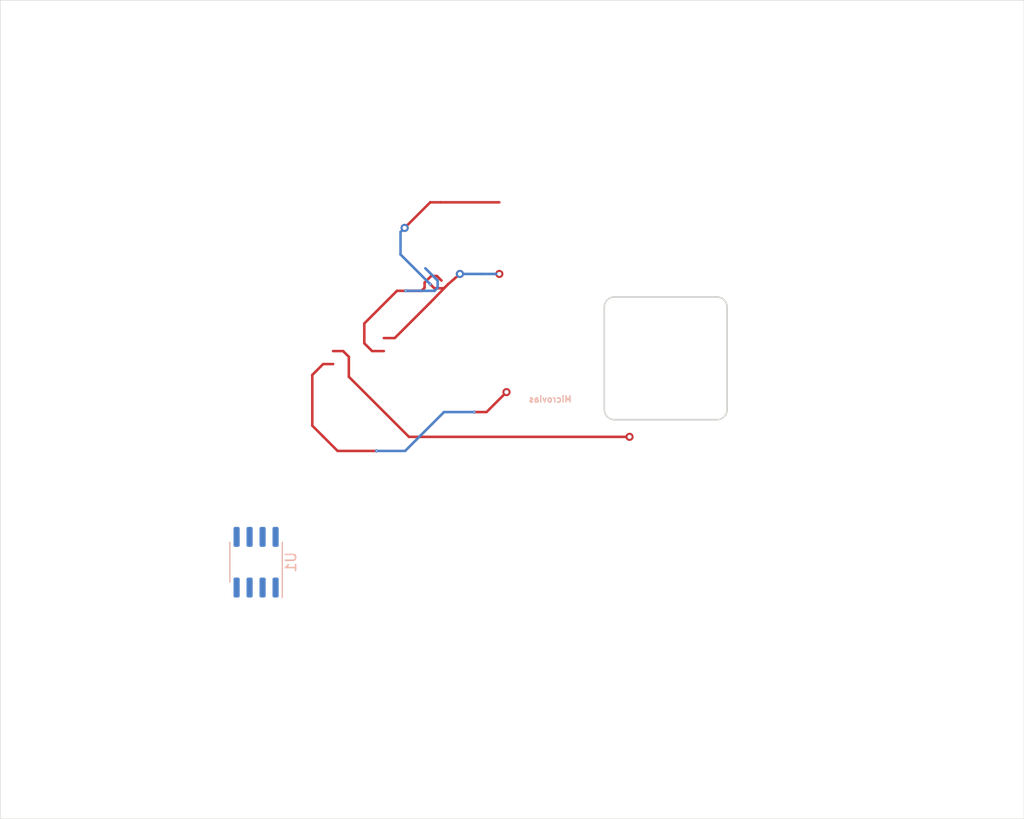
<source format=kicad_pcb>
(kicad_pcb (version 20240108) (generator "pcbnew") (generator_version "8.0")
  (layers (0 "F.Cu" signal) (1 "In1.Cu" signal) (2 "In2.Cu" signal) (31 "B.Cu" signal) (34 "B.Paste" user) (35 "F.Paste" user) (36 "B.SilkS" user "B.Silkscreen") (37 "F.SilkS" user "F.Silkscreen") (38 "B.Mask" user) (39 "F.Mask" user) (44 "Edge.Cuts" user))
  (net 0 "")
  (net 1 "Net-(U1-Pad8)")
  (net 2 "Net-(U1-Pad7)")
  (net 3 "Net-(U1-Pad6)")
  (net 4 "Net-(U1-Pad5)")
  (net 5 "Net-(U1-Pad4)")
  (net 6 "Net-(U1-Pad3)")
  (net 7 "Net-(U1-Pad2)")
  (net 8 "Net-(U1-Pad1)")
  (footprint "Package_SO:SOIC-8_3.9x4.9mm_P1.27mm" (layer "B.Cu") (at 153.006 116.393 90)
    (property "Reference" "U1" (at 0 3.4 -90) (layer "B.SilkS") (effects (justify mirror)))
    (property "Value" "LM555xM")
    (fp_line (start 1.95 -2.56) (end 0 -2.56) (stroke (width 0.12)) (layer "B.SilkS"))
    (fp_line (start -1.95 -2.56) (end 0 -2.56) (stroke (width 0.12)) (layer "B.SilkS"))
    (fp_line (start 1.95 2.56) (end 0 2.56) (stroke (width 0.12)) (layer "B.SilkS"))
    (fp_line (start -3.45 2.56) (end 0 2.56) (stroke (width 0.12)) (layer "B.SilkS"))
    (pad "1" smd roundrect (at -2.475 1.905 90) (size 1.95 0.6) (layers "B.Cu" "B.Paste" "B.Mask") (net 8 "Net-(U1-Pad1)"))
    (pad "2" smd roundrect (at -2.475 0.635 90) (size 1.95 0.6) (layers "B.Cu" "B.Paste" "B.Mask") (net 7 "Net-(U1-Pad2)"))
    (pad "3" smd roundrect (at -2.475 -0.635 90) (size 1.95 0.6) (layers "B.Cu" "B.Paste" "B.Mask") (net 6 "Net-(U1-Pad3)"))
    (pad "4" smd roundrect (at -2.475 -1.905 90) (size 1.95 0.6) (layers "B.Cu" "B.Paste" "B.Mask") (net 5 "Net-(U1-Pad4)"))
    (pad "5" smd roundrect (at 2.475 -1.905 90) (size 1.95 0.6) (layers "B.Cu" "B.Paste" "B.Mask") (net 4 "Net-(U1-Pad5)"))
    (pad "6" smd roundrect (at 2.475 -0.635 90) (size 1.95 0.6) (layers "B.Cu" "B.Paste" "B.Mask") (net 3 "Net-(U1-Pad6)"))
    (pad "7" smd roundrect (at 2.475 0.635 90) (size 1.95 0.6) (layers "B.Cu" "B.Paste" "B.Mask") (net 2 "Net-(U1-Pad7)"))
    (pad "8" smd roundrect (at 2.475 1.905 90) (size 1.95 0.6) (layers "B.Cu" "B.Paste" "B.Mask") (net 1 "Net-(U1-Pad8)"))
  )
  (gr_line (start 128.016 141.468) (end 128.016 61.468) (stroke (width 0.05)) (layer "Edge.Cuts"))
  (gr_arc (start 198.016 90.468) (mid 198.723107 90.760893) (end 199.016 91.468) (stroke (width 0.16)) (layer "Edge.Cuts"))
  (gr_line (start 187.016 91.468) (end 187.016 101.468) (stroke (width 0.16)) (layer "Edge.Cuts"))
  (gr_arc (start 199.016 101.468) (mid 198.723107 102.175107) (end 198.016 102.468) (stroke (width 0.16)) (layer "Edge.Cuts"))
  (gr_line (start 128.016 61.468) (end 228.016 61.468) (stroke (width 0.05)) (layer "Edge.Cuts"))
  (gr_line (start 228.016 61.468) (end 228.016 141.468) (stroke (width 0.05)) (layer "Edge.Cuts"))
  (gr_line (start 199.016 101.468) (end 199.016 91.468) (stroke (width 0.16)) (layer "Edge.Cuts"))
  (gr_line (start 188.016 102.468) (end 198.016 102.468) (stroke (width 0.16)) (layer "Edge.Cuts"))
  (gr_arc (start 188.016 102.468) (mid 187.308893 102.175107) (end 187.016 101.468) (stroke (width 0.16)) (layer "Edge.Cuts"))
  (gr_arc (start 187.016 91.468) (mid 187.308893 90.760893) (end 188.016 90.468) (stroke (width 0.16)) (layer "Edge.Cuts"))
  (gr_line (start 198.016 90.468) (end 188.016 90.468) (stroke (width 0.16)) (layer "Edge.Cuts"))
  (gr_line (start 228.016 141.468) (end 128.016 141.468) (stroke (width 0.05)) (layer "Edge.Cuts"))
  (gr_text "Microvias" (at 183.896 100.468 0) (layer "B.SilkS") (effects (font (size 0.6 0.6) (thickness 0.12)) (justify left mirror)))
  (segment (start 172.916 88.218) (end 172.916 88.218) (width 0.25) (layer "F.Cu") (net 1))
  (segment (start 171.766 89.218) (end 172.916 88.218) (width 0.25) (layer "F.Cu") (net 1))
  (segment (start 171.016 81.218) (end 170.016 81.218) (width 0.25) (layer "F.Cu") (net 1))
  (segment (start 166.544836 94.488) (end 170.040418 90.992418) (width 0.25) (layer "F.Cu") (net 1))
  (segment (start 170.016 89.218) (end 170.415999 89.617999) (width 0.25) (layer "F.Cu") (net 1))
  (segment (start 176.765 88.218) (end 176.767 88.218) (width 0.8) (layer "F.Cu") (net 1))
  (segment (start 170.415999 89.617999) (end 171.366001 89.617999) (width 0.25) (layer "F.Cu") (net 1))
  (segment (start 170.016 81.218) (end 167.516 83.718) (width 0.25) (layer "F.Cu") (net 1))
  (segment (start 165.481 94.488) (end 166.544836 94.488) (width 0.25) (layer "F.Cu") (net 1))
  (segment (start 170.040418 90.992418) (end 171.766 89.218) (width 0.25) (layer "F.Cu") (net 1))
  (segment (start 176.766 81.218) (end 171.016 81.218) (width 0.25) (layer "F.Cu") (net 1))
  (segment (start 171.366001 89.617999) (end 171.766 89.218) (width 0.25) (layer "F.Cu") (net 1))
  (via (at 170.016 89.218) (size 0.3) (drill 0.1) (layers "F.Cu" "B.Cu") (net 1))
  (via (at 172.916 88.218) (size 0.8) (drill 0.4) (layers "F.Cu" "B.Cu") (net 1))
  (via (at 176.766 88.218) (size 0.42) (drill 0.4) (layers "F.Cu" "B.Cu") (net 1))
  (via (at 167.516 83.718) (size 0.8) (drill 0.4) (layers "F.Cu" "B.Cu") (net 1))
  (segment (start 172.916 88.218) (end 175.016 88.218) (width 0.25) (layer "B.Cu") (net 1))
  (segment (start 167.116001 86.318001) (end 170.016 89.218) (width 0.25) (layer "B.Cu") (net 1))
  (segment (start 175.016 88.218) (end 176.766 88.218) (width 0.25) (layer "B.Cu") (net 1))
  (segment (start 167.116001 84.117999) (end 167.116001 86.318001) (width 0.25) (layer "B.Cu") (net 1))
  (segment (start 167.516 83.718) (end 167.116001 84.117999) (width 0.25) (layer "B.Cu") (net 1))
  (segment (start 169.466 89.064998) (end 169.466 89.568) (width 0.25) (layer "F.Cu") (net 2))
  (segment (start 170.666 88.418) (end 170.112998 88.418) (width 0.25) (layer "F.Cu") (net 2))
  (segment (start 164.338 95.758) (end 165.481 95.758) (width 0.25) (layer "F.Cu") (net 2))
  (segment (start 167.616 89.868) (end 166.766 89.868) (width 0.25) (layer "F.Cu") (net 2))
  (segment (start 166.766 89.868) (end 163.576 93.058) (width 0.25) (layer "F.Cu") (net 2))
  (segment (start 170.112998 88.418) (end 169.466 89.064998) (width 0.25) (layer "F.Cu") (net 2))
  (segment (start 171.116 88.868) (end 170.666 88.418) (width 0.25) (layer "F.Cu") (net 2))
  (segment (start 163.576 94.996) (end 164.338 95.758) (width 0.25) (layer "F.Cu") (net 2))
  (segment (start 169.166 89.868) (end 167.616 89.868) (width 0.25) (layer "F.Cu") (net 2))
  (segment (start 163.576 93.058) (end 163.576 94.996) (width 0.25) (layer "F.Cu") (net 2))
  (segment (start 169.466 89.568) (end 169.166 89.868) (width 0.25) (layer "F.Cu") (net 2))
  (via (at 167.616 89.868) (size 0.3) (drill 0.1) (layers "F.Cu" "B.Cu") (net 2))
  (segment (start 170.439002 89.868) (end 167.828132 89.868) (width 0.25) (layer "B.Cu") (net 2))
  (segment (start 169.539002 87.668) (end 170.741001 88.869999) (width 0.25) (layer "B.Cu") (net 2))
  (segment (start 170.741001 89.566001) (end 170.439002 89.868) (width 0.25) (layer "B.Cu") (net 2))
  (segment (start 170.741001 88.869999) (end 170.741001 89.566001) (width 0.25) (layer "B.Cu") (net 2))
  (segment (start 167.828132 89.868) (end 167.616 89.868) (width 0.25) (layer "B.Cu") (net 2))
  (segment (start 160.531 97.028) (end 159.556 97.028) (width 0.25) (layer "F.Cu") (net 6))
  (segment (start 177.066001 100.167999) (end 177.466 99.768) (width 0.25) (layer "F.Cu") (net 6))
  (segment (start 160.966 105.518) (end 164.766 105.518) (width 0.25) (layer "F.Cu") (net 6))
  (segment (start 159.556 97.028) (end 158.496 98.088) (width 0.25) (layer "F.Cu") (net 6))
  (segment (start 159.55 104.102) (end 160.966 105.518) (width 0.25) (layer "F.Cu") (net 6))
  (segment (start 158.496 98.088) (end 158.496 103.048) (width 0.25) (layer "F.Cu") (net 6))
  (segment (start 174.316 101.718) (end 175.516 101.718) (width 0.25) (layer "F.Cu") (net 6))
  (segment (start 177.465 99.768) (end 177.467 99.768) (width 0.8) (layer "F.Cu") (net 6))
  (segment (start 175.516 101.718) (end 177.066001 100.167999) (width 0.25) (layer "F.Cu") (net 6))
  (segment (start 159.490999 104.042999) (end 159.55 104.102) (width 0.25) (layer "F.Cu") (net 6))
  (segment (start 158.496 103.048) (end 159.55 104.102) (width 0.25) (layer "F.Cu") (net 6))
  (via (at 177.466 99.768) (size 0.42) (drill 0.4) (layers "F.Cu" "B.Cu") (net 6))
  (via (at 174.316 101.718) (size 0.3) (drill 0.1) (layers "F.Cu" "B.Cu") (net 6))
  (via (at 164.766 105.518) (size 0.3) (drill 0.1) (layers "F.Cu" "B.Cu") (net 6))
  (segment (start 167.566 105.518) (end 171.366 101.718) (width 0.25) (layer "B.Cu") (net 6))
  (segment (start 171.366 101.718) (end 174.316 101.718) (width 0.25) (layer "B.Cu") (net 6))
  (segment (start 164.766 105.518) (end 167.566 105.518) (width 0.25) (layer "B.Cu") (net 6))
  (segment (start 162.066 98.268) (end 167.938004 104.140004) (width 0.25) (layer "F.Cu") (net 7))
  (segment (start 162.066 96.318) (end 162.066 98.268) (width 0.25) (layer "F.Cu") (net 7))
  (segment (start 167.938004 104.140004) (end 189.484 104.140004) (width 0.25) (layer "F.Cu") (net 7))
  (segment (start 160.531 95.758) (end 161.506 95.758) (width 0.25) (layer "F.Cu") (net 7))
  (segment (start 189.483 104.140004) (end 189.485 104.140004) (width 0.8) (layer "F.Cu") (net 7))
  (segment (start 161.506 95.758) (end 162.066 96.318) (width 0.25) (layer "F.Cu") (net 7))
  (via (at 189.484 104.140004) (size 0.42) (drill 0.4) (layers "F.Cu" "B.Cu") (net 7))
)
</source>
